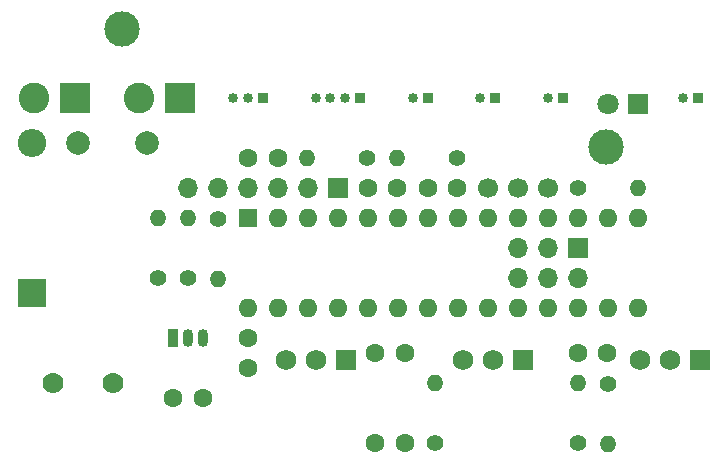
<source format=gts>
G04 #@! TF.FileFunction,Soldermask,Top*
%FSLAX46Y46*%
G04 Gerber Fmt 4.6, Leading zero omitted, Abs format (unit mm)*
G04 Created by KiCad (PCBNEW 4.0.7) date 07/04/19 20:50:11*
%MOMM*%
%LPD*%
G01*
G04 APERTURE LIST*
%ADD10C,0.100000*%
%ADD11R,1.800000X1.800000*%
%ADD12C,1.800000*%
%ADD13C,3.000000*%
%ADD14C,1.750000*%
%ADD15R,1.750000X1.750000*%
%ADD16C,2.000000*%
%ADD17R,1.700000X1.700000*%
%ADD18O,1.700000X1.700000*%
%ADD19R,1.600000X1.600000*%
%ADD20O,1.600000X1.600000*%
%ADD21R,2.600000X2.600000*%
%ADD22C,2.600000*%
%ADD23C,1.700000*%
%ADD24R,2.400000X2.400000*%
%ADD25O,2.400000X2.400000*%
%ADD26C,1.778000*%
%ADD27C,1.400000*%
%ADD28O,1.400000X1.400000*%
%ADD29C,1.600000*%
%ADD30O,0.900000X1.500000*%
%ADD31R,0.900000X1.500000*%
%ADD32R,0.850000X0.850000*%
%ADD33C,0.850000*%
G04 APERTURE END LIST*
D10*
D11*
X90678000Y-88773000D03*
D12*
X88138000Y-88773000D03*
D13*
X87998000Y-92365000D03*
D14*
X90918000Y-110365000D03*
X93458000Y-110365000D03*
D15*
X95998000Y-110365000D03*
D16*
X49128000Y-92075000D03*
X43328000Y-92075000D03*
D17*
X65278000Y-95885000D03*
D18*
X62738000Y-95885000D03*
X60198000Y-95885000D03*
X57658000Y-95885000D03*
X55118000Y-95885000D03*
X52578000Y-95885000D03*
D13*
X46998000Y-82365000D03*
D19*
X57658000Y-98425000D03*
D20*
X90678000Y-106045000D03*
X60198000Y-98425000D03*
X88138000Y-106045000D03*
X62738000Y-98425000D03*
X85598000Y-106045000D03*
X65278000Y-98425000D03*
X83058000Y-106045000D03*
X67818000Y-98425000D03*
X80518000Y-106045000D03*
X70358000Y-98425000D03*
X77978000Y-106045000D03*
X72898000Y-98425000D03*
X75438000Y-106045000D03*
X75438000Y-98425000D03*
X72898000Y-106045000D03*
X77978000Y-98425000D03*
X70358000Y-106045000D03*
X80518000Y-98425000D03*
X67818000Y-106045000D03*
X83058000Y-98425000D03*
X65278000Y-106045000D03*
X85598000Y-98425000D03*
X62738000Y-106045000D03*
X88138000Y-98425000D03*
X60198000Y-106045000D03*
X90678000Y-98425000D03*
X57658000Y-106045000D03*
D21*
X51943000Y-88265000D03*
D22*
X48443000Y-88265000D03*
D21*
X43053000Y-88265000D03*
D22*
X39553000Y-88265000D03*
D23*
X83058000Y-95885000D03*
X80558000Y-95885000D03*
X78058000Y-95885000D03*
D24*
X39370000Y-104775000D03*
D25*
X39370000Y-92075000D03*
D26*
X46228000Y-112395000D03*
X41148000Y-112395000D03*
D27*
X67778000Y-93345000D03*
D28*
X62698000Y-93345000D03*
D27*
X75398000Y-93345000D03*
D28*
X70318000Y-93345000D03*
D29*
X57658000Y-108585000D03*
X57658000Y-111085000D03*
X53848000Y-113665000D03*
X51348000Y-113665000D03*
X67818000Y-95885000D03*
X70318000Y-95885000D03*
D30*
X52578000Y-108585000D03*
X53848000Y-108585000D03*
D31*
X51308000Y-108585000D03*
D29*
X72898000Y-95885000D03*
X75398000Y-95885000D03*
X60198000Y-93345000D03*
X57698000Y-93345000D03*
D27*
X55118000Y-98465000D03*
D28*
X55118000Y-103545000D03*
D29*
X85598000Y-109855000D03*
X88098000Y-109855000D03*
D27*
X88138000Y-112435000D03*
D28*
X88138000Y-117515000D03*
D27*
X85598000Y-117435000D03*
D28*
X85598000Y-112355000D03*
D14*
X75918000Y-110365000D03*
X78458000Y-110365000D03*
D15*
X80998000Y-110365000D03*
D14*
X60918000Y-110365000D03*
X63458000Y-110365000D03*
D15*
X65998000Y-110365000D03*
D27*
X52578000Y-103465000D03*
D28*
X52578000Y-98385000D03*
D27*
X50038000Y-103465000D03*
D28*
X50038000Y-98385000D03*
D27*
X85638000Y-95885000D03*
D28*
X90718000Y-95885000D03*
D29*
X68453000Y-109855000D03*
X68453000Y-117475000D03*
X70993000Y-109855000D03*
X70993000Y-117475000D03*
D27*
X73533000Y-117435000D03*
D28*
X73533000Y-112355000D03*
D17*
X85598000Y-100965000D03*
D18*
X85598000Y-103505000D03*
X83058000Y-100965000D03*
X83058000Y-103505000D03*
X80518000Y-100965000D03*
X80518000Y-103505000D03*
D32*
X78613000Y-88265000D03*
D33*
X77363000Y-88265000D03*
D32*
X67183000Y-88265000D03*
D33*
X65933000Y-88265000D03*
X64683000Y-88265000D03*
X63433000Y-88265000D03*
D32*
X72898000Y-88265000D03*
D33*
X71648000Y-88265000D03*
D32*
X95758000Y-88265000D03*
D33*
X94508000Y-88265000D03*
D32*
X84328000Y-88265000D03*
D33*
X83078000Y-88265000D03*
D32*
X58928000Y-88265000D03*
D33*
X57678000Y-88265000D03*
X56428000Y-88265000D03*
M02*

</source>
